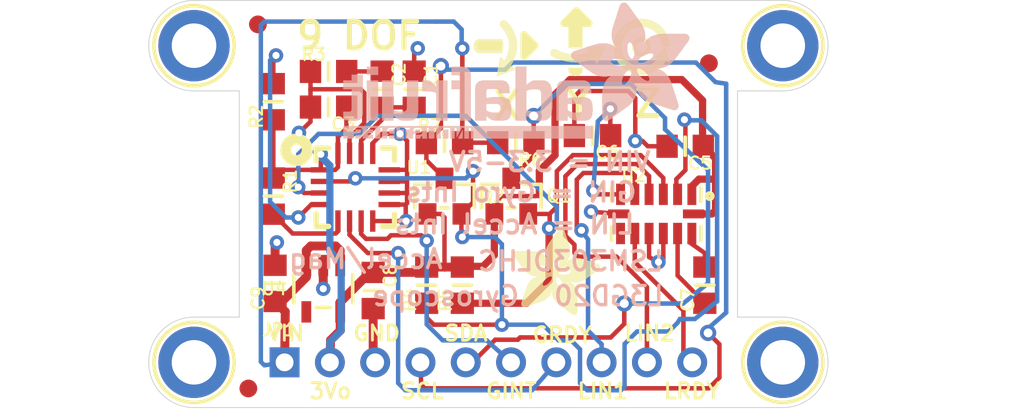
<source format=kicad_pcb>
(kicad_pcb (version 20211014) (generator pcbnew)
  (layers (0 "F.Cu" signal) (31 "B.Cu" signal) (34 "B.Paste" user) (35 "F.Paste" user) (36 "B.SilkS" user "B.Silkscreen") (37 "F.SilkS" user "F.Silkscreen") (38 "B.Mask" user) (39 "F.Mask" user) (44 "Edge.Cuts" user))
  (net 0 "")
  (net 1 "N$1")
  (net 2 "N$2")
  (net 3 "3.3V")
  (net 4 "N$3")
  (net 5 "N$4")
  (net 6 "GND")
  (net 7 "SCL_3V")
  (net 8 "SDA_3V")
  (net 9 "N$6")
  (net 10 "N$5")
  (net 11 "N$7")
  (net 12 "VIN")
  (net 13 "SDA_5V")
  (net 14 "SCL_5V")
  (net 15 "GYR_INT")
  (net 16 "LSM_INT2")
  (net 17 "LSM_INT1")
  (net 18 "LSM_DRDY")
  (net 19 "GYR_RDY")
  (footprint "boardEagle:_0805MP" (layer "F.Cu") (at 136.4391 99.2606 90)
    (fp_text reference "R2" (at -1.5875 -0.9525 90) (layer "F.SilkS") (effects (font (size 0.692831 0.692831) (thickness 0.119969)) (justify left)))
    (fp_text value "10K")
    (pad "1" smd rect (at -1.016 0 90) (size 1.2 1.3) (layers "F.Cu" "F.Paste" "F.Mask") (net 3 "3.3V"))
    (pad "2" smd rect (at 1.016 0 90) (size 1.2 1.3) (layers "F.Cu" "F.Paste" "F.Mask") (net 2 "N$2"))
  )
  (footprint "boardEagle:_0805MP" (layer "F.Cu") (at 160.6391 109.5606 90)
    (fp_text reference "C7" (at -1.5875 -0.9525 90) (layer "F.SilkS") (effects (font (size 0.692831 0.692831) (thickness 0.119969)) (justify left)))
    (fp_text value "0.22µF")
    (pad "1" smd rect (at -1.016 0 90) (size 1.2 1.3) (layers "F.Cu" "F.Paste" "F.Mask") (net 10 "N$5"))
    (pad "2" smd rect (at 1.016 0 90) (size 1.2 1.3) (layers "F.Cu" "F.Paste" "F.Mask") (net 11 "N$7"))
  )
  (footprint "boardEagle:_0805MP" (layer "F.Cu") (at 145.0391 109.5606 90)
    (fp_text reference "R4" (at -1.5875 -0.9525 90) (layer "F.SilkS") (effects (font (size 0.692831 0.692831) (thickness 0.119969)) (justify left)))
    (fp_text value "10K")
    (pad "1" smd rect (at -1.016 0 90) (size 1.2 1.3) (layers "F.Cu" "F.Paste" "F.Mask") (net 7 "SCL_3V"))
    (pad "2" smd rect (at 1.016 0 90) (size 1.2 1.3) (layers "F.Cu" "F.Paste" "F.Mask") (net 3 "3.3V"))
  )
  (footprint "boardEagle:_0805MP" (layer "F.Cu") (at 159.5391 101.7606 180)
    (fp_text reference "C5" (at -1.5875 -0.9525) (layer "F.SilkS") (effects (font (size 0.692831 0.692831) (thickness 0.119969)) (justify right)))
    (fp_text value "10uF")
    (pad "1" smd rect (at -1.016 0 180) (size 1.2 1.3) (layers "F.Cu" "F.Paste" "F.Mask") (net 3 "3.3V"))
    (pad "2" smd rect (at 1.016 0 180) (size 1.2 1.3) (layers "F.Cu" "F.Paste" "F.Mask") (net 6 "GND"))
  )
  (footprint "boardEagle:FIDUCIAL_1MM" (layer "F.Cu") (at 135.5741 94.9166)
    (fp_text reference "FID3" hide)
    (fp_text value "FIDUCIAL\"\"" hide)
    (pad "1" smd roundrect (at 0 0) (size 1 1) (layers "F.Cu" "F.Mask") (roundrect_rratio 0.5))
  )
  (footprint "boardEagle:_0805MP" (layer "F.Cu") (at 144.3391 98.5606 -90)
    (fp_text reference "C1" (at -1.5875 -0.9525 90) (layer "F.SilkS") (effects (font (size 0.692831 0.692831) (thickness 0.119969)) (justify right)))
    (fp_text value "10nF")
    (pad "1" smd rect (at -1.016 0 270) (size 1.2 1.3) (layers "F.Cu" "F.Paste" "F.Mask") (net 6 "GND"))
    (pad "2" smd rect (at 1.016 0 270) (size 1.2 1.3) (layers "F.Cu" "F.Paste" "F.Mask") (net 5 "N$4"))
  )
  (footprint "boardEagle:FIDUCIAL_1MM" (layer "F.Cu") (at 160.8691 97.1006)
    (fp_text reference "FID1" hide)
    (fp_text value "FIDUCIAL\"\"" hide)
    (pad "1" smd roundrect (at 0 0) (size 1 1) (layers "F.Cu" "F.Mask") (roundrect_rratio 0.5))
  )
  (footprint "boardEagle:_0805MP" (layer "F.Cu") (at 142.0391 109.8606 -90)
    (fp_text reference "C8" (at -1.5875 -0.9525 90) (layer "F.SilkS") (effects (font (size 0.692831 0.692831) (thickness 0.119969)) (justify right)))
    (fp_text value "10uF")
    (pad "1" smd rect (at -1.016 0 270) (size 1.2 1.3) (layers "F.Cu" "F.Paste" "F.Mask") (net 3 "3.3V"))
    (pad "2" smd rect (at 1.016 0 270) (size 1.2 1.3) (layers "F.Cu" "F.Paste" "F.Mask") (net 6 "GND"))
  )
  (footprint "boardEagle:_0805MP" (layer "F.Cu") (at 147.0391 109.5606 90)
    (fp_text reference "R5" (at -1.5875 -0.9525 90) (layer "F.SilkS") (effects (font (size 0.692831 0.692831) (thickness 0.119969)) (justify left)))
    (fp_text value "10K")
    (pad "1" smd rect (at -1.016 0 90) (size 1.2 1.3) (layers "F.Cu" "F.Paste" "F.Mask") (net 8 "SDA_3V"))
    (pad "2" smd rect (at 1.016 0 90) (size 1.2 1.3) (layers "F.Cu" "F.Paste" "F.Mask") (net 3 "3.3V"))
  )
  (footprint "boardEagle:ADAFRUIT_5MM" (layer "F.Cu") (at 149.8981 111.2266)
    (fp_text reference "U$8" hide)
    (fp_text value "" hide)
  )
  (footprint "boardEagle:_0805MP" (layer "F.Cu") (at 136.4391 104.5606 -90)
    (fp_text reference "R1" (at -1.5875 -0.9525 90) (layer "F.SilkS") (effects (font (size 0.692831 0.692831) (thickness 0.119969)) (justify right)))
    (fp_text value "10K")
    (pad "1" smd rect (at -1.016 0 270) (size 1.2 1.3) (layers "F.Cu" "F.Paste" "F.Mask") (net 3 "3.3V"))
    (pad "2" smd rect (at 1.016 0 270) (size 1.2 1.3) (layers "F.Cu" "F.Paste" "F.Mask") (net 1 "N$1"))
  )
  (footprint "boardEagle:_0805MP" (layer "F.Cu") (at 142.5391 98.5606 -90)
    (fp_text reference "C2" (at -1.5875 -0.9525 90) (layer "F.SilkS") (effects (font (size 0.692831 0.692831) (thickness 0.119969)) (justify right)))
    (fp_text value "470nF")
    (pad "1" smd rect (at -1.016 0 270) (size 1.2 1.3) (layers "F.Cu" "F.Paste" "F.Mask") (net 4 "N$3"))
    (pad "2" smd rect (at 1.016 0 270) (size 1.2 1.3) (layers "F.Cu" "F.Paste" "F.Mask") (net 5 "N$4"))
  )
  (footprint "boardEagle:_0805MP" (layer "F.Cu") (at 150.0391 101.5606 180)
    (fp_text reference "R6" (at -1.5875 -0.9525) (layer "F.SilkS") (effects (font (size 0.692831 0.692831) (thickness 0.119969)) (justify right)))
    (fp_text value "10K")
    (pad "1" smd rect (at -1.016 0 180) (size 1.2 1.3) (layers "F.Cu" "F.Paste" "F.Mask") (net 13 "SDA_5V"))
    (pad "2" smd rect (at 1.016 0 180) (size 1.2 1.3) (layers "F.Cu" "F.Paste" "F.Mask") (net 12 "VIN"))
  )
  (footprint "boardEagle:_0805MP" (layer "F.Cu") (at 139.5391 97.5606)
    (fp_text reference "R3" (at -1.5875 -0.9525) (layer "F.SilkS") (effects (font (size 0.692831 0.692831) (thickness 0.119969)) (justify left)))
    (fp_text value "10K")
    (pad "1" smd rect (at -1.016 0) (size 1.2 1.3) (layers "F.Cu" "F.Paste" "F.Mask") (net 6 "GND"))
    (pad "2" smd rect (at 1.016 0) (size 1.2 1.3) (layers "F.Cu" "F.Paste" "F.Mask") (net 4 "N$3"))
  )
  (footprint "boardEagle:LGA14" (layer "F.Cu") (at 157.9121 105.5606)
    (fp_text reference "U2" (at -2.032 -2.159) (layer "F.SilkS") (effects (font (size 0.692831 0.692831) (thickness 0.119969)) (justify left)))
    (fp_text value "LSM303DLHC")
    (pad "1" smd rect (at 2 -1.1) (size 0.5 1.2) (layers "F.Cu" "F.Paste" "F.Mask") (net 3 "3.3V"))
    (pad "2" smd rect (at 1.2 -1.1 180) (size 0.5 1.2) (layers "F.Cu" "F.Paste" "F.Mask") (net 7 "SCL_3V"))
    (pad "3" smd rect (at 0.4 -1.1 180) (size 0.5 1.2) (layers "F.Cu" "F.Paste" "F.Mask") (net 8 "SDA_3V"))
    (pad "4" smd rect (at -0.4 -1.1 180) (size 0.5 1.2) (layers "F.Cu" "F.Paste" "F.Mask") (net 16 "LSM_INT2"))
    (pad "5" smd rect (at -1.2 -1.1 180) (size 0.5 1.2) (layers "F.Cu" "F.Paste" "F.Mask") (net 17 "LSM_INT1"))
    (pad "6" smd rect (at -2 -1.1 180) (size 0.5 1.2) (layers "F.Cu" "F.Paste" "F.Mask") (net 9 "N$6"))
    (pad "7" smd rect (at -2.1 0 270) (size 0.5 1.2) (layers "F.Cu" "F.Paste" "F.Mask") (net 6 "GND"))
    (pad "8" smd rect (at -2 1.1 180) (size 0.5 1.2) (layers "F.Cu" "F.Paste" "F.Mask"))
    (pad "9" smd rect (at -1.2 1.1 180) (size 0.5 1.2) (layers "F.Cu" "F.Paste" "F.Mask") (net 18 "LSM_DRDY"))
    (pad "10" smd rect (at -0.4 1.1) (size 0.5 1.2) (layers "F.Cu" "F.Paste" "F.Mask") (net 6 "GND"))
    (pad "11" smd rect (at 0.4 1.1) (size 0.5 1.2) (layers "F.Cu" "F.Paste" "F.Mask") (net 6 "GND"))
    (pad "12" smd rect (at 1.2 1.1) (size 0.5 1.2) (layers "F.Cu" "F.Paste" "F.Mask") (net 10 "N$5"))
    (pad "13" smd rect (at 2 1.1) (size 0.5 1.2) (layers "F.Cu" "F.Paste" "F.Mask") (net 11 "N$7"))
    (pad "14" smd rect (at 2.1 0 90) (size 0.5 1.2) (layers "F.Cu" "F.Paste" "F.Mask") (net 3 "3.3V"))
  )
  (footprint "boardEagle:SOT23-5" (layer "F.Cu") (at 139.2391 109.7606 180)
    (fp_text reference "U4" (at 1.978 0) (layer "F.SilkS") (effects (font (size 0.692831 0.692831) (thickness 0.119969)) (justify right)))
    (fp_text value "MIC5225-3.3")
    (pad "1" smd rect (at -0.95 1.3001 180) (size 0.55 1.2) (layers "F.Cu" "F.Paste" "F.Mask") (net 12 "VIN"))
    (pad "2" smd rect (at 0 1.3001 180) (size 0.55 1.2) (layers "F.Cu" "F.Paste" "F.Mask") (net 6 "GND"))
    (pad "3" smd rect (at 0.95 1.3001 180) (size 0.55 1.2) (layers "F.Cu" "F.Paste" "F.Mask") (net 12 "VIN"))
    (pad "4" smd rect (at 0.95 -1.3001 180) (size 0.55 1.2) (layers "F.Cu" "F.Paste" "F.Mask"))
    (pad "5" smd rect (at -0.95 -1.3001 180) (size 0.55 1.2) (layers "F.Cu" "F.Paste" "F.Mask") (net 3 "3.3V"))
  )
  (footprint "boardEagle:_0805MP" (layer "F.Cu") (at 154.3391 101.1606 180)
    (fp_text reference "C6" (at -1.5875 -0.9525) (layer "F.SilkS") (effects (font (size 0.692831 0.692831) (thickness 0.119969)) (justify right)))
    (fp_text value "4.7uF")
    (pad "1" smd rect (at -1.016 0 180) (size 1.2 1.3) (layers "F.Cu" "F.Paste" "F.Mask") (net 9 "N$6"))
    (pad "2" smd rect (at 1.016 0 180) (size 1.2 1.3) (layers "F.Cu" "F.Paste" "F.Mask") (net 6 "GND"))
  )
  (footprint "boardEagle:MOUNTINGHOLE_2.5_PLATED_THICK" (layer "F.Cu") (at 131.9911 113.8936)
    (fp_text reference "U$31" hide)
    (fp_text value "MOUNTINGHOLE2.5_THICK" hide)
    (pad "P$1" thru_hole circle (at 0 0) (size 4 4) (drill 2.5) (layers *.Cu *.Mask))
  )
  (footprint "boardEagle:FIDUCIAL_1MM" (layer "F.Cu") (at 135.0391 115.3606)
    (fp_text reference "FID2" hide)
    (fp_text value "FIDUCIAL\"\"" hide)
    (pad "1" smd roundrect (at 0 0) (size 1 1) (layers "F.Cu" "F.Mask") (roundrect_rratio 0.5))
  )
  (footprint "boardEagle:MOUNTINGHOLE_2.5_PLATED_THICK" (layer "F.Cu") (at 131.9911 96.1136)
    (fp_text reference "U$30" hide)
    (fp_text value "MOUNTINGHOLE2.5_THICK" hide)
    (pad "P$1" thru_hole circle (at 0 0) (size 4 4) (drill 2.5) (layers *.Cu *.Mask))
  )
  (footprint "boardEagle:_0805MP" (layer "F.Cu") (at 139.5391 99.5606 180)
    (fp_text reference "C3" (at -1.5875 -0.9525) (layer "F.SilkS") (effects (font (size 0.692831 0.692831) (thickness 0.119969)) (justify right)))
    (fp_text value "0.1uF")
    (pad "1" smd rect (at -1.016 0 180) (size 1.2 1.3) (layers "F.Cu" "F.Paste" "F.Mask") (net 3 "3.3V"))
    (pad "2" smd rect (at 1.016 0 180) (size 1.2 1.3) (layers "F.Cu" "F.Paste" "F.Mask") (net 6 "GND"))
  )
  (footprint "boardEagle:L3G4200D_LGA16L" (layer "F.Cu") (at 141.0391 104.0606)
    (fp_text reference "U1" (at 2.795 -1.103) (layer "F.SilkS") (effects (font (size 0.692831 0.692831) (thickness 0.119969)) (justify left)))
    (fp_text value "L3GD20")
    (pad "P$1" smd rect (at -1.9 -0.975) (size 1.2 0.3) (layers "F.Cu" "F.Paste" "F.Mask") (net 3 "3.3V"))
    (pad "P$2" smd rect (at -1.9 -0.325) (size 1.2 0.3) (layers "F.Cu" "F.Paste" "F.Mask") (net 7 "SCL_3V"))
    (pad "P$3" smd rect (at -1.9 0.325) (size 1.2 0.3) (layers "F.Cu" "F.Paste" "F.Mask") (net 8 "SDA_3V"))
    (pad "P$4" smd rect (at -1.9 0.975) (size 1.2 0.3) (layers "F.Cu" "F.Paste" "F.Mask") (net 2 "N$2"))
    (pad "P$5" smd rect (at -0.975 1.9 90) (size 1.2 0.3) (layers "F.Cu" "F.Paste" "F.Mask") (net 1 "N$1"))
    (pad "P$6" smd rect (at -0.325 1.9 90) (size 1.2 0.3) (layers "F.Cu" "F.Paste" "F.Mask") (net 19 "GYR_RDY"))
    (pad "P$7" smd rect (at 0.325 1.9 90) (size 1.2 0.3) (layers "F.Cu" "F.Paste" "F.Mask") (net 15 "GYR_INT"))
    (pad "P$8" smd rect (at 0.975 1.9 90) (size 1.2 0.3) (layers "F.Cu" "F.Paste" "F.Mask") (net 6 "GND"))
    (pad "P$9" smd rect (at 1.9 0.975 180) (size 1.2 0.3) (layers "F.Cu" "F.Paste" "F.Mask") (net 6 "GND"))
    (pad "P$10" smd rect (at 1.9 0.325 180) (size 1.2 0.3) (layers "F.Cu" "F.Paste" "F.Mask") (net 6 "GND"))
    (pad "P$11" smd rect (at 1.9 -0.325 180) (size 1.2 0.3) (layers "F.Cu" "F.Paste" "F.Mask") (net 6 "GND"))
    (pad "P$12" smd rect (at 1.9 -0.975 180) (size 1.2 0.3) (layers "F.Cu" "F.Paste" "F.Mask") (net 6 "GND"))
    (pad "P$13" smd rect (at 0.975 -1.9 270) (size 1.2 0.3) (layers "F.Cu" "F.Paste" "F.Mask") (net 6 "GND"))
    (pad "P$14" smd rect (at 0.325 -1.9 270) (size 1.2 0.3) (layers "F.Cu" "F.Paste" "F.Mask") (net 5 "N$4"))
    (pad "P$15" smd rect (at -0.325 -1.9 270) (size 1.2 0.3) (layers "F.Cu" "F.Paste" "F.Mask") (net 6 "GND"))
    (pad "P$16" smd rect (at -0.975 -1.9 270) (size 1.2 0.3) (layers "F.Cu" "F.Paste" "F.Mask") (net 3 "3.3V"))
  )
  (footprint "boardEagle:1X10_ROUND" (layer "F.Cu") (at 148.5011 113.8936)
    (fp_text reference "JP1" (at -12.7762 -1.8288) (layer "F.SilkS") (effects (font (size 0.692831 0.692831) (thickness 0.119969)) (justify left)))
    (fp_text value "")
    (pad "1" thru_hole rect (at -11.43 0 90) (size 1.6764 1.6764) (drill 1) (layers *.Cu *.Mask) (net 12 "VIN"))
    (pad "2" thru_hole circle (at -8.89 0 90) (size 1.6764 1.6764) (drill 1) (layers *.Cu *.Mask) (net 3 "3.3V"))
    (pad "3" thru_hole circle (at -6.35 0 90) (size 1.6764 1.6764) (drill 1) (layers *.Cu *.Mask) (net 6 "GND"))
    (pad "4" thru_hole circle (at -3.81 0 90) (size 1.6764 1.6764) (drill 1) (layers *.Cu *.Mask) (net 14 "SCL_5V"))
    (pad "5" thru_hole circle (at -1.27 0 90) (size 1.6764 1.6764) (drill 1) (layers *.Cu *.Mask) (net 13 "SDA_5V"))
    (pad "6" thru_hole circle (at 1.27 0 90) (size 1.6764 1.6764) (drill 1) (layers *.Cu *.Mask) (net 15 "GYR_INT"))
    (pad "7" thru_hole circle (at 3.81 0 90) (size 1.6764 1.6764) (drill 1) (layers *.Cu *.Mask) (net 19 "GYR_RDY"))
    (pad "8" thru_hole circle (at 6.35 0 90) (size 1.6764 1.6764) (drill 1) (layers *.Cu *.Mask) (net 17 "LSM_INT1"))
    (pad "9" thru_hole circle (at 8.89 0 90) (size 1.6764 1.6764) (drill 1) (layers *.Cu *.Mask) (net 16 "LSM_INT2"))
    (pad "10" thru_hole circle (at 11.43 0 90) (size 1.6764 1.6764) (drill 1) (layers *.Cu *.Mask) (net 18 "LSM_DRDY"))
  )
  (footprint "boardEagle:SOT23-WIDE" (layer "F.Cu") (at 146.0391 104.5606)
    (fp_text reference "Q2" (at 1.905 0) (layer "F.SilkS") (effects (font (size 0.692831 0.692831) (thickness 0.119969)) (justify left)))
    (fp_text value "BSS138")
    (pad "1" smd rect (at -0.95 1) (size 1 1.2) (layers "F.Cu" "F.Paste" "F.Mask") (net 3 "3.3V"))
    (pad "2" smd rect (at 0.95 1) (size 1 1.2) (layers "F.Cu" "F.Paste" "F.Mask") (net 7 "SCL_3V"))
    (pad "3" smd rect (at 0 -1) (size 1 1.2) (layers "F.Cu" "F.Paste" "F.Mask") (net 14 "SCL_5V"))
  )
  (footprint "boardEagle:MOUNTINGHOLE_2.5_PLATED_THICK" (layer "F.Cu") (at 165.0111 113.8936)
    (fp_text reference "U$28" hide)
    (fp_text value "MOUNTINGHOLE2.5_THICK" hide)
    (pad "P$1" thru_hole circle (at 0 0) (size 4 4) (drill 2.5) (layers *.Cu *.Mask))
  )
  (footprint "boardEagle:SOT23-WIDE" (layer "F.Cu") (at 149.7851 104.5606)
    (fp_text reference "Q1" (at 1.905 0) (layer "F.SilkS") (effects (font (size 0.692831 0.692831) (thickness 0.119969)) (justify left)))
    (fp_text value "BSS138")
    (pad "1" smd rect (at -0.95 1) (size 1 1.2) (layers "F.Cu" "F.Paste" "F.Mask") (net 3 "3.3V"))
    (pad "2" smd rect (at 0.95 1) (size 1 1.2) (layers "F.Cu" "F.Paste" "F.Mask") (net 8 "SDA_3V"))
    (pad "3" smd rect (at 0 -1) (size 1 1.2) (layers "F.Cu" "F.Paste" "F.Mask") (net 13 "SDA_5V"))
  )
  (footprint "boardEagle:_0805MP" (layer "F.Cu") (at 146.0391 101.5606)
    (fp_text reference "R7" (at -1.5875 -0.9525) (layer "F.SilkS") (effects (font (size 0.692831 0.692831) (thickness 0.119969)) (justify left)))
    (fp_text value "10K")
    (pad "1" smd rect (at -1.016 0) (size 1.2 1.3) (layers "F.Cu" "F.Paste" "F.Mask") (net 14 "SCL_5V"))
    (pad "2" smd rect (at 1.016 0) (size 1.2 1.3) (layers "F.Cu" "F.Paste" "F.Mask") (net 12 "VIN"))
  )
  (footprint "boardEagle:SYMBOL_GYROXYZ_10MM" (layer "F.Cu") (at 148.4391 97.8606)
    (fp_text reference "U$25" hide)
    (fp_text value "" hide)
  )
  (footprint "boardEagle:_0805MP" (layer "F.Cu") (at 136.5391 109.4606 90)
    (fp_text reference "C9" (at -1.5875 -0.9525 90) (layer "F.SilkS") (effects (font (size 0.692831 0.692831) (thickness 0.119969)) (justify left)))
    (fp_text value "10uF")
    (pad "1" smd rect (at -1.016 0 90) (size 1.2 1.3) (layers "F.Cu" "F.Paste" "F.Mask") (net 12 "VIN"))
    (pad "2" smd rect (at 1.016 0 90) (size 1.2 1.3) (layers "F.Cu" "F.Paste" "F.Mask") (net 6 "GND"))
  )
  (footprint "boardEagle:MOUNTINGHOLE_2.5_PLATED_THICK" (layer "F.Cu") (at 165.0111 96.1136)
    (fp_text reference "U$29" hide)
    (fp_text value "MOUNTINGHOLE2.5_THICK" hide)
    (pad "P$1" thru_hole circle (at 0 0) (size 4 4) (drill 2.5) (layers *.Cu *.Mask))
  )
  (footprint "boardEagle:ADAFRUIT_TEXT_20MM" (layer "B.Cu") (at 159.9311 101.3206 180)
    (fp_text reference "U$26" hide)
    (fp_text value "" hide)
  )
  (gr_line (start 150.6391 95.9606) (end 150.6391 96.2606) (layer "F.SilkS") (width 0.4064))
  (gr_line (start 149.1391 96.1606) (end 148.0391 96.1606) (layer "F.SilkS") (width 0.4064))
  (gr_line (start 154.1391 94.8606) (end 153.4391 94.1606) (layer "F.SilkS") (width 0.4064))
  (gr_line (start 153.2391 97.5606) (end 153.5391 97.5606) (layer "F.SilkS") (width 0.4064))
  (gr_line (start 153.2391 96.0606) (end 153.5391 96.0606) (layer "F.SilkS") (width 0.4064))
  (gr_line (start 153.1391 94.8606) (end 154.1391 94.8606) (layer "F.SilkS") (width 0.4064))
  (gr_line (start 153.5391 96.0606) (end 153.5391 95.0606) (layer "F.SilkS") (width 0.4064))
  (gr_line (start 148.0391 96.0606) (end 149.1391 96.0606) (layer "F.SilkS") (width 0.4064))
  (gr_line (start 153.1391 94.8606) (end 153.4391 94.5606) (layer "F.SilkS") (width 0.4064))
  (gr_line (start 150.5011 96.7036) (end 151.1011 96.1036) (layer "F.SilkS") (width 0.4064))
  (gr_line (start 153.4391 94.1606) (end 152.7391 94.8606) (layer "F.SilkS") (width 0.4064))
  (gr_line (start 151.1011 96.1036) (end 150.5011 95.5036) (layer "F.SilkS") (width 0.4064))
  (gr_line (start 152.7391 94.8606) (end 153.1391 94.8606) (layer "F.SilkS") (width 0.4064))
  (gr_line (start 149.1391 96.0606) (end 149.1391 96.1606) (layer "F.SilkS") (width 0.4064))
  (gr_line (start 150.5011 95.5036) (end 150.5011 96.7036) (layer "F.SilkS") (width 0.4064))
  (gr_line (start 153.2391 95.0606) (end 153.2391 96.0606) (layer "F.SilkS") (width 0.4064))
  (gr_line (start 134.5311 111.3536) (end 134.5311 98.6536) (layer "Edge.Cuts") (width 0.05))
  (gr_line (start 131.9911 98.6536) (end 134.5311 98.6536) (layer "Edge.Cuts") (width 0.05))
  (gr_arc (start 167.5511 113.8936) (mid 166.807151 115.689651) (end 165.0111 116.4336) (layer "Edge.Cuts") (width 0.05))
  (gr_line (start 165.0111 98.6536) (end 162.4711 98.6536) (layer "Edge.Cuts") (width 0.05))
  (gr_line (start 131.9911 93.5736) (end 165.0111 93.5736) (layer "Edge.Cuts") (width 0.05))
  (gr_arc (start 167.5511 96.1136) (mid 166.807151 97.909651) (end 165.0111 98.6536) (layer "Edge.Cuts") (width 0.05))
  (gr_arc (start 131.9911 98.6536) (mid 130.195049 97.909651) (end 129.4511 96.1136) (layer "Edge.Cuts") (width 0.05))
  (gr_arc (start 129.4511 113.8936) (mid 130.195049 112.097549) (end 131.9911 111.3536) (layer "Edge.Cuts") (width 0.05))
  (gr_line (start 162.4711 98.6536) (end 162.4711 111.3536) (layer "Edge.Cuts") (width 0.05))
  (gr_arc (start 165.0111 93.5736) (mid 166.807151 94.317549) (end 167.5511 96.1136) (layer "Edge.Cuts") (width 0.05))
  (gr_arc (start 165.0111 111.3536) (mid 166.807151 112.097549) (end 167.5511 113.8936) (layer "Edge.Cuts") (width 0.05))
  (gr_line (start 134.5311 111.3536) (end 131.9911 111.3536) (layer "Edge.Cuts") (width 0.05))
  (gr_arc (start 131.9911 116.4336) (mid 130.195049 115.689651) (end 129.4511 113.8936) (layer "Edge.Cuts") (width 0.05))
  (gr_line (start 165.0111 116.4336) (end 131.9911 116.4336) (layer "Edge.Cuts") (width 0.05))
  (gr_arc (start 129.4511 96.1136) (mid 130.195049 94.317549) (end 131.9911 93.5736) (layer "Edge.Cuts") (width 0.05))
  (gr_line (start 162.4711 111.3536) (end 165.0111 111.3536) (layer "Edge.Cuts") (width 0.05))
  (gr_text "L3GD20" (at 158.4391 110.1686) (layer "B.SilkS") (effects (font (size 1.0795 1.0795) (thickness 0.1905)) (justify left mirror)))
  (gr_text "" (at 158.4391 111.9956) (layer "B.SilkS") (effects (font (size 1.0795 1.0795) (thickness 0.1905)) (justify left mirror)))
  (gr_text "VIN = 3.3-5V" (at 151.9361 102.6406) (layer "B.SilkS") (effects (font (size 1.0668 1.0668) (thickness 0.2032)) (justify mirror)))
  (gr_text "LIN = Accel Ints" (at 149.9631 106.1436) (layer "B.SilkS") (effects (font (size 1.0668 1.0668) (thickness 0.2032)) (justify mirror)))
  (gr_text "Accel/Mag" (at 146.0391 108.0876) (layer "B.SilkS") (effects (font (size 1.0795 1.0795) (thickness 0.1905)) (justify left mirror)))
  (gr_text "LSM303DLHC" (at 158.4391 108.2146) (layer "B.SilkS") (effects (font (size 1.0795 1.0795) (thickness 0.1905)) (justify left mirror)))
  (gr_text "Gyroscope" (at 150.3391 110.1686) (layer "B.SilkS") (effects (font (size 1.0795 1.0795) (thickness 0.1905)) (justify left mirror)))
  (gr_text "GIN = Gyro Ints" (at 150.3361 104.3436) (layer "B.SilkS") (effects (font (size 1.0668 1.0668) (thickness 0.2032)) (justify mirror)))
  (gr_text "Z" (at 157.4391 99.3606) (layer "F.SilkS") (effects (font (size 1.49352 1.49352) (thickness 0.28448))))
  (gr_text "VIN" (at 137.1391 112.2606) (layer "F.SilkS") (effects (font (size 0.85344 0.85344) (thickness 0.16256))))
  (gr_text "GINT" (at 149.7851 115.5066) (layer "F.SilkS") (effects (font (size 0.85344 0.85344) (thickness 0.16256))))
  (gr_text "LRDY" (at 159.9121 115.5066) (layer "F.SilkS") (effects (font (size 0.85344 0.85344) (thickness 0.16256))))
  (gr_text "SDA" (at 147.2391 112.2606) (layer "F.SilkS") (effects (font (size 0.85344 0.85344) (thickness 0.16256))))
  (gr_text "LIN2" (at 157.5391 112.2606) (layer "F.SilkS") (effects (font (size 0.85344 0.85344) (thickness 0.16256))))
  (gr_text "GRDY" (at 152.6391 112.3606) (layer "F.SilkS") (effects (font (size 0.85344 0.85344) (thickness 0.16256))))
  (gr_text "Y" (at 153.5391 99.3606) (layer "F.SilkS") (effects (font (size 1.49352 1.49352) (thickness 0.28448))))
  (gr_text "SCL" (at 144.7851 115.5066) (layer "F.SilkS") (effects (font (size 0.85344 0.85344) (thickness 0.16256))))
  (gr_text "9 DOF" (at 141.2391 95.5606) (layer "F.SilkS") (effects (font (size 1.49352 1.49352) (thickness 0.28448))))
  (gr_text "GND" (at 142.2391 112.2606) (layer "F.SilkS") (effects (font (size 0.85344 0.85344) (thickness 0.16256))))
  (gr_text "X" (at 149.5391 99.4606) (layer "F.SilkS") (effects (font (size 1.49352 1.49352) (thickness 0.28448))))
  (gr_text "3Vo" (at 139.6391 115.5066) (layer "F.SilkS") (effects (font (size 0.85344 0.85344) (thickness 0.16256))))
  (gr_text "LIN1" (at 154.9121 115.5066) (layer "F.SilkS") (effects (font (size 0.85344 0.85344) (thickness 0.16256))))
  (segment (start 137.5231 106.6606) (end 136.4391 105.5766) (width 0.25) (layer "F.Cu") (net 1))
  (segment (start 139.9391 106.6606) (end 137.5231 106.6606) (width 0.25) (layer "F.Cu") (net 1))
  (segment (start 140.0641 106.5356) (end 139.9391 106.6606) (width 0.25) (layer "F.Cu") (net 1))
  (segment (start 140.0641 105.9606) (end 140.0641 106.5356) (width 0.25) (layer "F.Cu") (net 1))
  (segment (start 136.4391 98.2446) (end 136.4391 96.8106) (width 0.25) (layer "F.Cu") (net 2))
  (segment (start 136.4391 96.8106) (end 136.5891 96.6606) (width 0.25) (layer "F.Cu") (net 2))
  (segment (start 139.1391 105.0356) (end 138.5641 105.0356) (width 0.25) (layer "F.Cu") (net 2))
  (segment (start 138.5641 105.0356) (end 137.8391 105.7606) (width 0.25) (layer "F.Cu") (net 2))
  (via (at 137.8391 105.7606) (size 0.8064) (drill 0.4) (layers "F.Cu" "B.Cu") (net 2))
  (via (at 136.5891 96.6606) (size 0.8064) (drill 0.4) (layers "F.Cu" "B.Cu") (net 2))
  (segment (start 137.1391 105.7606) (end 136.2581 104.8796) (width 0.25) (layer "B.Cu") (net 2))
  (segment (start 137.8391 105.7606) (end 137.1391 105.7606) (width 0.25) (layer "B.Cu") (net 2))
  (segment (start 136.2581 96.9376) (end 136.5891 96.6606) (width 0.25) (layer "B.Cu") (net 2))
  (segment (start 136.2581 104.8796) (end 136.2581 96.9376) (width 0.25) (layer "B.Cu") (net 2))
  (segment (start 139.6111 113.8936) (end 139.6491 112.6506) (width 0.5) (layer "F.Cu") (net 3))
  (segment (start 148.8351 105.5606) (end 148.8351 107.8696) (width 0.4064) (layer "F.Cu") (net 3))
  (segment (start 140.5391 100.7606) (end 140.5391 99.8766) (width 0.25) (layer "F.Cu") (net 3))
  (segment (start 161.0391 105.5606) (end 161.2391 105.3606) (width 0.4064) (layer "F.Cu") (net 3))
  (segment (start 160.3121 103.6066) (end 161.2391 103.6066) (width 0.4064) (layer "F.Cu") (net 3))
  (segment (start 145.8391 105.5606) (end 146.0391 105.7606) (width 0.25) (layer "F.Cu") (net 3))
  (segment (start 139.1391 103.0856) (end 136.8981 103.0856) (width 0.25) (layer "F.Cu") (net 3))
  (segment (start 140.1891 111.0607) (end 140.1891 112.1106) (width 0.5) (layer "F.Cu") (net 3))
  (segment (start 145.0391 108.5446) (end 146.0391 108.5446) (width 0.5) (layer "F.Cu") (net 3))
  (segment (start 161.2391 102.4446) (end 160.5551 101.7606) (width 0.4064) (layer "F.Cu") (net 3))
  (segment (start 151.3581 104.4876) (end 151.3581 103.1416) (width 0.4064) (layer "F.Cu") (net 3))
  (segment (start 148.2011 108.5036) (end 147.0801 108.5036) (width 0.4064) (layer "F.Cu") (net 3))
  (segment (start 160.5121 101.7496) (end 160.5551 101.7606) (width 0.25) (layer "F.Cu") (net 3))
  (segment (start 142.0391 108.8446) (end 141.8551 108.8446) (width 0.5) (layer "F.Cu") (net 3))
  (segment (start 152.2391 98.8526) (end 153.0731 98.0186) (width 0.4064) (layer "F.Cu") (net 3))
  (segment (start 159.9121 104.0066) (end 160.3121 103.6066) (width 0.4064) (layer "F.Cu") (net 3))
  (segment (start 142.0391 108.8446) (end 144.7391 108.8446) (width 0.5) (layer "F.Cu") (net 3))
  (segment (start 140.0641 101.2356) (end 140.5391 100.7606) (width 0.25) (layer "F.Cu") (net 3))
  (segment (start 140.5391 99.8766) (end 140.5551 99.5606) (width 0.25) (layer "F.Cu") (net 3))
  (segment (start 148.8351 107.8696) (end 148.2011 108.5036) (width 0.4064) (layer "F.Cu") (net 3))
  (segment (start 148.8351 105.5606) (end 149.0891 104.7106) (width 0.25) (layer "F.Cu") (net 3))
  (segment (start 146.0391 105.7606) (end 146.0391 108.5446) (width 0.25) (layer "F.Cu") (net 3))
  (segment (start 136.6391 103.3446) (end 136.4391 103.5446) (width 0.25) (layer "F.Cu") (net 3))
  (segment (start 159.9121 104.4606) (end 159.9121 104.0066) (width 0.4064) (layer "F.Cu") (net 3))
  (segment (start 144.7391 108.8446) (end 145.0391 108.5446) (width 0.5) (layer "F.Cu") (net 3))
  (segment (start 139.9141 103.0856) (end 140.0641 102.9356) (width 0.25) (layer "F.Cu") (net 3))
  (segment (start 149.0891 104.7106) (end 149.2391 104.5606) (width 0.25) (layer "F.Cu") (net 3))
  (segment (start 139.1031 103.0496) (end 139.1391 103.0856) (width 0.254) (layer "F.Cu") (net 3))
  (segment (start 160.0121 105.5606) (end 161.0391 105.5606) (width 0.4064) (layer "F.Cu") (net 3))
  (segment (start 149.2391 104.5606) (end 151.1581 104.5606) (width 0.25) (layer "F.Cu") (net 3))
  (segment (start 152.2391 102.2606) (end 152.2391 98.8526) (width 0.4064) (layer "F.Cu") (net 3))
  (segment (start 141.8551 108.8446) (end 140.1891 110.5106) (width 0.5) (layer "F.Cu") (net 3))
  (segment (start 139.1391 103.0856) (end 139.9141 103.0856) (width 0.25) (layer "F.Cu") (net 3))
  (segment (start 152.2391 102.2606) (end 151.3581 103.1416) (width 0.4064) (layer "F.Cu") (net 3))
  (segment (start 140.0641 102.1606) (end 140.0641 101.2356) (width 0.25) (layer "F.Cu") (net 3))
  (segment (start 160.5121 101.7496) (end 160.5121 99.1826) (width 0.4064) (layer "F.Cu") (net 3))
  (segment (start 161.2391 105.3606) (end 161.2391 103.6066) (width 0.4064) (layer "F.Cu") (net 3))
  (segment (start 145.0891 105.5606) (end 145.8391 105.5606) (width 0.25) (layer "F.Cu") (net 3))
  (segment (start 140.0641 102.1606) (end 140.0641 102.9356) (width 0.25) (layer "F.Cu") (net 3))
  (segment (start 136.4391 100.2766) (end 136.4391 103.5446) (width 0.25) (layer "F.Cu") (net 3))
  (segment (start 139.1031 102.2096) (end 139.1031 103.0496) (width 0.254) (layer "F.Cu") (net 3))
  (segment (start 146.0391 108.5446) (end 147.0391 108.5446) (width 0.5) (layer "F.Cu") (net 3))
  (segment (start 159.3481 98.0186) (end 160.5121 99.1826) (width 0.4064) (layer "F.Cu") (net 3))
  (segment (start 161.2391 103.6066) (end 161.2391 102.4446) (width 0.4064) (layer "F.Cu") (net 3))
  (segment (start 136.8981 103.0856) (end 136.4391 103.5446) (width 0.25) (layer "F.Cu") (net 3))
  (segment (start 153.0731 98.0186) (end 159.3481 98.0186) (width 0.4064) (layer "F.Cu") (net 3))
  (segment (start 139.6491 112.6506) (end 140.1891 112.1106) (width 0.5) (layer "F.Cu") (net 3))
  (segment (start 140.1891 111.0607) (end 140.1891 110.5106) (width 0.5) (layer "F.Cu") (net 3))
  (segment (start 151.1581 104.5606) (end 151.3581 104.4876) (width 0.25) (layer "F.Cu") (net 3))
  (segment (start 147.0801 108.5036) (end 147.0391 108.5446) (width 0.4064) (layer "F.Cu") (net 3))
  (via (at 139.1031 102.2096) (size 0.8064) (drill 0.4) (layers "F.Cu" "B.Cu") (net 3))
  (segment (start 139.6111 107.6706) (end 139.6111 102.8446) (width 0.4064) (layer "B.Cu") (net 3))
  (segment (start 139.6111 113.8936) (end 139.6111 112.7506) (width 0.4064) (layer "B.Cu") (net 3))
  (segment (start 140.2461 108.3056) (end 139.6111 107.6706) (width 0.4064) (layer "B.Cu") (net 3))
  (segment (start 139.6111 102.8446) (end 138.8491 102.0826) (width 0.4064) (layer "B.Cu") (net 3))
  (segment (start 138.8491 102.0826) (end 139.1031 102.2096) (width 0.4064) (layer "B.Cu") (net 3))
  (segment (start 139.6111 112.7506) (end 140.2461 112.1156) (width 0.4064) (layer "B.Cu") (net 3))
  (segment (start 140.2461 112.1156) (end 140.2461 108.3056) (width 0.4064) (layer "B.Cu") (net 3))
  (segment (start 142.5231 97.5606) (end 142.5391 97.5446) (width 0.25) (layer "F.Cu") (net 4))
  (segment (start 140.5551 97.5606) (end 142.5231 97.5606) (width 0.25) (layer "F.Cu") (net 4))
  (segment (start 144.3391 99.5766) (end 142.5391 99.5766) (width 0.25) (layer "F.Cu") (net 5))
  (segment (start 142.5391 100.2606) (end 142.5391 99.5766) (width 0.25) (layer "F.Cu") (net 5))
  (segment (start 141.3641 102.1606) (end 141.3641 101.4356) (width 0.25) (layer "F.Cu") (net 5))
  (segment (start 141.3641 101.4356) (end 142.5391 100.2606) (width 0.25) (layer "F.Cu") (net 5))
  (segment (start 138.5231 98.5606) (end 138.5231 97.5606) (width 0.25) (layer "F.Cu") (net 6))
  (segment (start 143.8641 105.0356) (end 143.9391 104.9606) (width 0.25) (layer "F.Cu") (net 6))
  (segment (start 143.8641 103.7356) (end 143.9391 103.6606) (width 0.25) (layer "F.Cu") (net 6))
  (segment (start 157.1391 101.4606) (end 156.7391 101.4606) (width 0.25) (layer "F.Cu") (net 6))
  (segment (start 138.5231 100.3826) (end 137.8771 101.0066) (width 0.25) (layer "F.Cu") (net 6))
  (segment (start 140.7141 102.1606) (end 140.7141 101.2856) (width 0.25) (layer "F.Cu") (net 6))
  (segment (start 143.9391 104.3606) (end 143.9391 103.6606) (width 0.25) (layer "F.Cu") (net 6))
  (segment (start 142.0141 101.5856) (end 142.5391 101.0606) (width 0.25) (layer "F.Cu") (net 6))
  (segment (start 138.5231 99.5606) (end 138.5231 98.5606) (width 0.25) (layer "F.Cu") (net 6))
  (segment (start 157.5121 107.9876) (end 158.0391 108.2606) (width 0.25) (layer "F.Cu") (net 6))
  (segment (start 142.5391 101.0606) (end 143.5391 101.0606) (width 0.25) (layer "F.Cu") (net 6))
  (segment (start 142.0141 105.9606) (end 143.8891 105.9606) (width 0.25) (layer "F.Cu") (net 6))
  (segment (start 153.6391 98.6606) (end 156.3391 98.6606) (width 0.25) (layer "F.Cu") (net 6))
  (segment (start 136.5391 108.4446) (end 136.5391 107.2606) (width 0.5) (layer "F.Cu") (net 6))
  (segment (start 140.7141 101.2856) (end 141.5391 100.4606) (width 0.25) (layer "F.Cu") (net 6))
  (segment (start 142.9391 105.0356) (end 143.8641 105.0356) (width 0.25) (layer "F.Cu") (net 6))
  (segment (start 153.3231 98.9766) (end 153.6391 98.6606) (width 0.25) (layer "F.Cu") (net 6))
  (segment (start 142.0141 102.1606) (end 142.0141 101.5856) (width 0.25) (layer "F.Cu") (net 6))
  (segment (start 158.5231 101.7606) (end 157.4391 101.7606) (width 0.25) (layer "F.Cu") (net 6))
  (segment (start 143.8641 105.0356) (end 143.8641 105.9356) (width 0.25) (layer "F.Cu") (net 6))
  (segment (start 138.5231 99.5606) (end 138.5231 100.3826) (width 0.25) (layer "F.Cu") (net 6))
  (segment (start 143.9141 103.0856) (end 143.9391 103.0606) (width 0.25) (layer "F.Cu") (net 6))
  (segment (start 144.3391 97.5446) (end 144.3391 96.4606) (width 0.25) (layer "F.Cu") (net 6))
  (segment (start 143.9141 104.3856) (end 143.9391 104.3606) (width 0.25) (layer "F.Cu") (net 6))
  (segment (start 158.3121 106.6606) (end 158.3121 108.1146) (width 0.25) (layer "F.Cu") (net 6))
  (segment (start 158.3121 108.1146) (end 158.0391 108.2606) (width 0.25) (layer "F.Cu") (net 6))
  (segment (start 157.4391 101.7606) (end 157.1391 101.4606) (width 0.25) (layer "F.Cu") (net 6))
  (segment (start 143.9391 101.4606) (end 143.5391 101.0606) (width 0.25) (layer "F.Cu") (net 6))
  (segment (start 143.9391 103.0606) (end 143.9391 101.4606) (width 0.25) (layer "F.Cu") (net 6))
  (segment (start 141.5391 100.4606) (end 141.5391 98.7606) (width 0.25) (layer "F.Cu") (net 6))
  (segment (start 142.9391 103.7356) (end 143.8641 103.7356) (width 0.25) (layer "F.Cu") (net 6))
  (segment (start 136.5391 107.2606) (end 136.6391 107.1606) (width 0.5) (layer "F.Cu") (net 6))
  (segment (start 155.8121 105.5606) (end 154.2581 105.4336) (width 0.25) (layer "F.Cu") (net 6))
  (segment (start 143.9391 104.9606) (end 143.9391 104.3606) (width 0.25) (layer "F.Cu") (net 6))
  (segment (start 156.7391 99.0606) (end 156.7391 101.4606) (width 0.25) (layer "F.Cu") (net 6))
  (segment (start 144.3391 96.4606) (end 144.5391 96.2606) (width 0.25) (layer "F.Cu") (net 6))
  (segment (start 142.9391 103.0856) (end 143.9141 103.0856) (width 0.25) (layer "F.Cu") (net 6))
  (segment (start 156.3391 98.6606) (end 156.7391 99.0606) (width 0.25) (layer "F.Cu") (net 6))
  (segment (start 141.5391 98.7606) (end 141.3391 98.5606) (width 0.25) (layer "F.Cu") (net 6))
  (segment (start 143.9391 103.6606) (end 143.9391 103.0606) (width 0.25) (layer "F.Cu") (net 6))
  (segment (start 139.2391 108.4605) (end 139.2391 109.7606) (width 0.5) (layer "F.Cu") (net 6))
  (segment (start 142.0391 110.8766) (end 142.0391 113.9106) (width 0.5) (layer "F.Cu") (net 6))
  (segment (start 143.8641 105.9356) (end 143.8891 105.9606) (width 0.25) (layer "F.Cu") (net 6))
  (segment (start 153.3231 101.1606) (end 153.3231 98.9766) (width 0.25) (layer "F.Cu") (net 6))
  (segment (start 141.3391 98.5606) (end 138.5231 98.5606) (width 0.25) (layer "F.Cu") (net 6))
  (segment (start 157.5121 106.6606) (end 157.5121 107.9876) (width 0.25) (layer "F.Cu") (net 6))
  (segment (start 142.9391 104.3856) (end 143.9141 104.3856) (width 0.25) (layer "F.Cu") (net 6))
  (segment (start 142.0391 113.9106) (end 142.1511 113.8936) (width 0.5) (layer "F.Cu") (net 6))
  (via (at 137.8771 101.0066) (size 0.8064) (drill 0.4) (layers "F.Cu" "B.Cu") (net 6))
  (via (at 139.2391 109.7606) (size 0.8064) (drill 0.4) (layers "F.Cu" "B.Cu") (net 6))
  (via (at 143.5391 101.0606) (size 0.8064) (drill 0.4) (layers "F.Cu" "B.Cu") (net 6))
  (via (at 156.7391 101.4606) (size 0.8064) (drill 0.4) (layers "F.Cu" "B.Cu") (net 6))
  (via (at 143.8891 105.9606) (size 0.8064) (drill 0.4) (layers "F.Cu" "B.Cu") (net 6))
  (via (at 154.2581 105.4336) (size 0.8064) (drill 0.4) (layers "F.Cu" "B.Cu") (net 6))
  (via (at 136.6391 107.1606) (size 0.8064) (drill 0.4) (layers "F.Cu" "B.Cu") (net 6))
  (via (at 158.0391 108.2606) (size 0.8064) (drill 0.4) (layers "F.Cu" "B.Cu") (net 6))
  (via (at 144.5391 96.2606) (size 0.8064) (drill 0.4) (layers "F.Cu" "B.Cu") (net 6))
  (segment (start 137.8771 101.0066) (end 137.9501 101.0336) (width 0.25) (layer "B.Cu") (net 6))
  (segment (start 156.7391 101.4606) (end 156.4391 101.4606) (width 0.25) (layer "B.Cu") (net 6))
  (segment (start 139.1391 103.7356) (end 140.8641 103.7356) (width 0.25) (layer "F.Cu") (net 7))
  (segment (start 140.8641 103.7356) (end 141.0391 103.5606) (width 0.25) (layer "F.Cu") (net 7))
  (segment (start 146.9891 106.8106) (end 147.0391 106.8606) (width 0.25) (layer "F.Cu") (net 7))
  (segment (start 159.0421 104.2416) (end 159.0421 103.6066) (width 0.25) (layer "F.Cu") (net 7))
  (segment (start 145.4391 111.7796) (end 149.2581 111.7796) (width 0.25) (layer "F.Cu") (net 7))
  (segment (start 159.5501 100.3236) (end 159.4931 100.2666) (width 0.25) (layer "F.Cu") (net 7))
  (segment (start 147.6391 104.9106) (end 146.9891 105.5606) (width 0.25) (layer "F.Cu") (net 7))
  (segment (start 146.9891 105.5606) (end 146.9891 106.8106) (width 0.25) (layer "F.Cu") (net 7))
  (segment (start 147.6391 103.1606) (end 147.6391 104.9106) (width 0.25) (layer "F.Cu") (net 7))
  (segment (start 145.0391 110.5766) (end 145.0391 111.3796) (width 0.25) (layer "F.Cu") (net 7))
  (segment (start 145.0391 111.3796) (end 145.4391 111.7796) (width 0.25) (layer "F.Cu") (net 7))
  (segment (start 159.0421 103.6066) (end 159.5501 103.0986) (width 0.25) (layer "F.Cu") (net 7))
  (segment (start 159.1121 104.4606) (end 159.0421 104.2416) (width 0.25) (layer "F.Cu") (net 7))
  (segment (start 159.5501 103.0986) (end 159.5501 100.3236) (width 0.25) (layer "F.Cu") (net 7))
  (via (at 147.0391 106.8606) (size 0.8064) (drill 0.4) (layers "F.Cu" "B.Cu") (net 7))
  (via (at 159.4931 100.2666) (size 0.8064) (drill 0.4) (layers "F.Cu" "B.Cu") (net 7))
  (via (at 141.0391 103.5606) (size 0.8064) (drill 0.4) (layers "F.Cu" "B.Cu") (net 7))
  (via (at 147.6391 103.1606) (size 0.8064) (drill 0.4) (layers "F.Cu" "B.Cu") (net 7))
  (via (at 149.2581 111.7796) (size 0.8064) (drill 0.4) (layers "F.Cu" "B.Cu") (net 7))
  (segment (start 161.3281 110.4646) (end 161.3281 101.1936) (width 0.254) (layer "B.Cu") (net 7))
  (segment (start 153.6391 113.1606) (end 153.6391 115.0606) (width 0.25) (layer "B.Cu") (net 7))
  (segment (start 159.2391 111.4606) (end 159.1041 111.6796) (width 0.25) (layer "B.Cu") (net 7))
  (segment (start 156.8391 112.1606) (end 158.6231 112.1606) (width 0.25) (layer "B.Cu") (net 7))
  (segment (start 158.6231 112.1606) (end 159.1041 111.6796) (width 0.25) (layer "B.Cu") (net 7))
  (segment (start 149.2581 111.7796) (end 151.5581 111.7796) (width 0.25) (layer "B.Cu") (net 7))
  (segment (start 141.0391 103.5606) (end 147.2391 103.5606) (width 0.25) (layer "B.Cu") (net 7))
  (segment (start 153.1391 112.6606) (end 153.6391 113.1606) (width 0.25) (layer "B.Cu") (net 7))
  (segment (start 151.5581 111.7796) (end 152.4391 112.6606) (width 0.25) (layer "B.Cu") (net 7))
  (segment (start 147.0391 106.8606) (end 148.8581 106.8606) (width 0.25) (layer "B.Cu") (net 7))
  (segment (start 156.1391 115.2606) (end 156.1391 112.8606) (width 0.25) (layer "B.Cu") (net 7))
  (segment (start 148.8581 106.8606) (end 149.2581 107.2606) (width 0.25) (layer "B.Cu") (net 7))
  (segment (start 152.4391 112.6606) (end 153.1391 112.6606) (width 0.25) (layer "B.Cu") (net 7))
  (segment (start 160.4391 100.3046) (end 159.4551 100.3046) (width 0.254) (layer "B.Cu") (net 7))
  (segment (start 153.6391 115.0606) (end 154.0391 115.4606) (width 0.25) (layer "B.Cu") (net 7))
  (segment (start 159.4551 100.3046) (end 159.4931 100.2666) (width 0.254) (layer "B.Cu") (net 7))
  (segment (start 161.3281 101.1936) (end 160.4391 100.3046) (width 0.254) (layer "B.Cu") (net 7))
  (segment (start 154.0391 115.4606) (end 155.9391 115.4606) (width 0.25) (layer "B.Cu") (net 7))
  (segment (start 159.2391 111.4606) (end 160.0781 111.4606) (width 0.254) (layer "B.Cu") (net 7))
  (segment (start 149.2581 107.2606) (end 149.2581 111.7796) (width 0.25) (layer "B.Cu") (net 7))
  (segment (start 160.0781 111.4606) (end 161.3281 110.4646) (width 0.254) (layer "B.Cu") (net 7))
  (segment (start 147.2391 103.5606) (end 147.6391 103.1606) (width 0.25) (layer "B.Cu") (net 7))
  (segment (start 156.1391 112.8606) (end 156.8391 112.1606) (width 0.25) (layer "B.Cu") (net 7))
  (segment (start 155.9391 115.4606) (end 156.1391 115.2606) (width 0.25) (layer "B.Cu") (net 7))
  (segment (start 139.1391 104.3856) (end 138.1641 104.3856) (width 0.25) (layer "F.Cu") (net 8))
  (segment (start 151.9041 106.3606) (end 151.9391 106.2686) (width 0.254) (layer "F.Cu") (net 8))
  (segment (start 150.6311 110.5766) (end 151.9041 109.3036) (width 0.4064) (layer "F.Cu") (net 8))
  (segment (start 151.9041 109.3036) (end 151.9041 106.3606) (width 0.4064) (layer "F.Cu") (net 8))
  (segment (start 151.9391 105.5606) (end 150.7351 105.5606) (width 0.25) (layer "F.Cu") (net 8))
  (segment (start 158.3121 104.4606) (end 158.3121 103.5416) (width 0.25) (layer "F.Cu") (net 8))
  (segment (start 157.0391 102.2606) (end 153.2391 102.2606) (width 0.25) (layer "F.Cu") (net 8))
  (segment (start 151.9391 106.2686) (end 151.9391 105.5606) (width 0.254) (layer "F.Cu") (net 8))
  (segment (start 147.0391 110.5766) (end 150.6311 110.5766) (width 0.4064) (layer "F.Cu") (net 8))
  (segment (start 157.7391 102.9606) (end 157.0391 102.2606) (width 0.25) (layer "F.Cu") (net 8))
  (segment (start 138.1641 104.3856) (end 137.8391 104.0606) (width 0.25) (layer "F.Cu") (net 8))
  (segment (start 152.3391 103.1606) (end 152.3391 105.1606) (width 0.25) (layer "F.Cu") (net 8))
  (segment (start 158.1121 103.3416) (end 157.7391 102.9606) (width 0.25) (layer "F.Cu") (net 8))
  (segment (start 153.2391 102.2606) (end 152.3391 103.1606) (width 0.25) (layer "F.Cu") (net 8))
  (segment (start 158.3121 103.5416) (end 158.1121 103.3416) (width 0.25) (layer "F.Cu") (net 8))
  (segment (start 152.3391 105.1606) (end 151.9391 105.5606) (width 0.25) (layer "F.Cu") (net 8))
  (via (at 137.8391 104.0606) (size 0.8064) (drill 0.4) (layers "F.Cu" "B.Cu") (net 8))
  (via (at 151.9041 106.3606) (size 0.8064) (drill 0.4) (layers "F.Cu" "B.Cu") (net 8))
  (segment (start 152.3391 105.1606) (end 152.3391 106.1606) (width 0.254) (layer "B.Cu") (net 8))
  (segment (start 148.1201 100.9396) (end 148.2451 101.0666) (width 0.254) (layer "B.Cu") (net 8))
  (segment (start 147.2311 100.0506) (end 148.1201 100.9396) (width 0.254) (layer "B.Cu") (net 8))
  (segment (start 137.8391 102.2036) (end 138.9761 101.0666) (width 0.254) (layer "B.Cu") (net 8))
  (segment (start 138.9761 101.0666) (end 141.2621 101.0666) (width 0.254) (layer "B.Cu") (net 8))
  (segment (start 141.2621 101.0666) (end 142.2781 100.0506) (width 0.254) (layer "B.Cu") (net 8))
  (segment (start 148.2451 101.0666) (end 152.3391 105.1606) (width 0.254) (layer "B.Cu") (net 8))
  (segment (start 142.2781 100.0506) (end 147.2311 100.0506) (width 0.254) (layer "B.Cu") (net 8))
  (segment (start 137.8391 104.0606) (end 137.8391 102.2036) (width 0.254) (layer "B.Cu") (net 8))
  (segment (start 152.3391 106.1606) (end 151.9041 106.3606) (width 0.254) (layer "B.Cu") (net 8))
  (segment (start 155.3391 101.1446) (end 155.3551 101.1606) (width 0.25) (layer "F.Cu") (net 9))
  (segment (start 155.3391 99.6606) (end 155.3391 101.1446) (width 0.25) (layer "F.Cu") (net 9))
  (segment (start 154.5851 104.4606) (end 154.3851 104.2606) (width 0.25) (layer "F.Cu") (net 9))
  (segment (start 155.9121 104.4606) (end 154.5851 104.4606) (width 0.25) (layer "F.Cu") (net 9))
  (via (at 155.3391 99.6606) (size 0.8064) (drill 0.4) (layers "F.Cu" "B.Cu") (net 9))
  (via (at 154.3851 104.2606) (size 0.8064) (drill 0.4) (layers "F.Cu" "B.Cu") (net 9))
  (segment (start 154.6391 100.3606) (end 155.3391 99.6606) (width 0.25) (layer "B.Cu") (net 9))
  (segment (start 154.3851 104.2606) (end 154.6391 100.3606) (width 0.25) (layer "B.Cu") (net 9))
  (segment (start 159.1121 106.6606) (end 159.1121 109.0176) (width 0.25) (layer "F.Cu") (net 10))
  (segment (start 160.6231 110.5606) (end 160.6391 110.5766) (width 0.25) (layer "F.Cu") (net 10))
  (segment (start 159.5121 109.4176) (end 160.6231 110.5606) (width 0.25) (layer "F.Cu") (net 10))
  (segment (start 159.1121 109.0176) (end 159.5121 109.4176) (width 0.25) (layer "F.Cu") (net 10))
  (segment (start 159.7851 107.1606) (end 160.6391 107.7606) (width 0.25) (layer "F.Cu") (net 11))
  (segment (start 160.6391 107.7606) (end 160.6391 108.5446) (width 0.25) (layer "F.Cu") (net 11))
  (segment (start 159.9121 106.6606) (end 159.7851 107.1606) (width 0.25) (layer "F.Cu") (net 11))
  (segment (start 138.2891 108.4605) (end 138.2891 109.1106) (width 0.5) (layer "F.Cu") (net 12))
  (segment (start 147.0551 101.5606) (end 149.0231 101.5606) (width 0.25) (layer "F.Cu") (net 12))
  (segment (start 147.0391 101.5446) (end 147.0551 101.5606) (width 0.254) (layer "F.Cu") (net 12))
  (segment (start 137.1091 111.0466) (end 137.0711 113.8936) (width 0.5) (layer "F.Cu") (net 12))
  (segment (start 147.0391 96.2606) (end 147.0391 101.5446) (width 0.254) (layer "F.Cu") (net 12))
  (segment (start 138.2891 108.4605) (end 138.2891 107.6106) (width 0.5) (layer "F.Cu") (net 12))
  (segment (start 137.1091 111.0466) (end 136.5391 110.4766) (width 0.5) (layer "F.Cu") (net 12))
  (segment (start 136.5391 110.4766) (end 136.9231 110.4766) (width 0.5) (layer "F.Cu") (net 12))
  (segment (start 149.0391 101.5446) (end 149.0231 101.5606) (width 0.25) (layer "F.Cu") (net 12))
  (segment (start 136.9231 110.4766) (end 138.2891 109.1106) (width 0.5) (layer "F.Cu") (net 12))
  (segment (start 138.5391 107.3606) (end 139.9391 107.3606) (width 0.5) (layer "F.Cu") (net 12))
  (segment (start 140.1891 108.4605) (end 140.1891 107.6106) (width 0.5) (layer "F.Cu") (net 12))
  (segment (start 138.2891 107.6106) (end 138.5391 107.3606) (width 0.5) (layer "F.Cu") (net 12))
  (segment (start 139.9391 107.3606) (end 140.1891 107.6106) (width 0.5) (layer "F.Cu") (net 12))
  (via (at 147.0391 96.2606) (size 0.8064) (drill 0.4) (layers "F.Cu" "B.Cu") (net 12))
  (segment (start 135.9391 114.0606) (end 135.7391 113.8606) (width 0.25) (layer "B.Cu") (net 12))
  (segment (start 137.0711 113.8936) (end 135.9391 114.0606) (width 0.25) (layer "B.Cu") (net 12))
  (segment (start 147.0011 95.2036) (end 147.0011 96.2226) (width 0.254) (layer "B.Cu") (net 12))
  (segment (start 146.5581 94.7606) (end 147.0011 95.2036) (width 0.254) (layer "B.Cu") (net 12))
  (segment (start 147.0011 96.2226) (end 147.0391 96.2606) (width 0.254) (layer "B.Cu") (net 12))
  (segment (start 135.7391 113.8606) (end 135.7391 94.9606) (width 0.25) (layer "B.Cu") (net 12))
  (segment (start 135.7391 94.9606) (end 135.9391 94.7606) (width 0.25) (layer "B.Cu") (net 12))
  (segment (start 145.5391 94.7606) (end 146.5581 94.7606) (width 0.254) (layer "B.Cu") (net 12))
  (segment (start 135.9391 94.7606) (end 145.5391 94.7606) (width 0.25) (layer "B.Cu") (net 12))
  (segment (start 147.2311 113.8936) (end 147.6121 113.8936) (width 0.254) (layer "F.Cu") (net 13))
  (segment (start 151.0391 100.0606) (end 151.0391 101.5446) (width 0.25) (layer "F.Cu") (net 13))
  (segment (start 151.0551 102.2906) (end 149.7851 103.5606) (width 0.25) (layer "F.Cu") (net 13))
  (segment (start 151.0391 101.5446) (end 151.0551 101.5606) (width 0.25) (layer "F.Cu") (net 13))
  (segment (start 150.1521 112.6236) (end 150.2791 112.4966) (width 0.254) (layer "F.Cu") (net 13))
  (segment (start 151.0551 101.5606) (end 151.0551 102.2906) (width 0.25) (layer "F.Cu") (net 13))
  (segment (start 150.2791 112.4966) (end 155.3591 112.4966) (width 0.254) (layer "F.Cu") (net 13))
  (segment (start 155.3591 112.4966) (end 156.1211 111.7346) (width 0.254) (layer "F.Cu") (net 13))
  (segment (start 156.1211 111.7346) (end 156.1211 110.5916) (width 0.254) (layer "F.Cu") (net 13))
  (segment (start 147.6121 113.8936) (end 148.8821 112.6236) (width 0.254) (layer "F.Cu") (net 13))
  (segment (start 148.8821 112.6236) (end 150.1521 112.6236) (width 0.254) (layer "F.Cu") (net 13))
  (via (at 156.1211 110.5916) (size 0.9064) (drill 0.5) (layers "F.Cu" "B.Cu") (net 13))
  (via (at 151.0391 100.0606) (size 0.9064) (drill 0.5) (layers "F.Cu" "B.Cu") (net 13))
  (segment (start 156.4901 98.2606) (end 156.2481 98.2606) (width 0.254) (layer "B.Cu") (net 13))
  (segment (start 160.8201 109.4486) (end 159.4231 110.5916) (width 0.254) (layer "B.Cu") (net 13))
  (segment (start 152.8391 98.2606) (end 151.0391 100.0606) (width 0.25) (layer "B.Cu") (net 13))
  (segment (start 158.4071 100.1776) (end 156.4901 98.2606) (width 0.254) (layer "B.Cu") (net 13))
  (segment (start 158.4071 100.8126) (end 160.8201 103.0986) (width 0.254) (layer "B.Cu") (net 13))
  (segment (start 158.4071 100.1776) (end 158.4071 100.8126) (width 0.254) (layer "B.Cu") (net 13))
  (segment (start 156.2481 98.2606) (end 152.8391 98.2606) (width 0.25) (layer "B.Cu") (net 13))
  (segment (start 160.8201 103.0986) (end 160.8201 109.4486) (width 0.254) (layer "B.Cu") (net 13))
  (segment (start 159.4231 110.5916) (end 156.1211 110.5916) (width 0.254) (layer "B.Cu") (net 13))
  (segment (start 145.8391 100.7446) (end 145.0231 101.5606) (width 0.25) (layer "F.Cu") (net 14))
  (segment (start 161.4581 114.7526) (end 161.4581 112.8806) (width 0.25) (layer "F.Cu") (net 14))
  (segment (start 145.0231 102.5446) (end 146.0391 103.5606) (width 0.25) (layer "F.Cu") (net 14))
  (segment (start 161.4581 112.8806) (end 160.8201 112.2426) (width 0.25) (layer "F.Cu") (net 14))
  (segment (start 145.0231 101.5606) (end 145.0231 102.5446) (width 0.25) (layer "F.Cu") (net 14))
  (segment (start 144.6911 113.8936) (end 144.7291 115.1426) (width 0.25) (layer "F.Cu") (net 14))
  (segment (start 160.8581 115.3526) (end 161.4581 114.7526) (width 0.25) (layer "F.Cu") (net 14))
  (segment (start 144.9391 115.3526) (end 160.8581 115.3526) (width 0.25) (layer "F.Cu") (net 14))
  (segment (start 144.7291 115.1426) (end 144.9391 115.3526) (width 0.25) (layer "F.Cu") (net 14))
  (segment (start 160.8201 112.2426) (end 160.8231 112.2416) (width 0.25) (layer "F.Cu") (net 14))
  (segment (start 145.8391 97.2606) (end 145.8391 100.7446) (width 0.25) (layer "F.Cu") (net 14))
  (via (at 145.8391 97.2606) (size 0.9064) (drill 0.5) (layers "F.Cu" "B.Cu") (net 14))
  (via (at 160.8231 112.2416) (size 0.9064) (drill 0.5) (layers "F.Cu" "B.Cu") (net 14))
  (segment (start 149.8391 97.0606) (end 149.4391 97.4606) (width 0.25) (layer "B.Cu") (net 14))
  (segment (start 161.2391 98.1606) (end 161.8361 98.2496) (width 0.254) (layer "B.Cu") (net 14))
  (segment (start 161.2391 98.1606) (end 160.1391 97.0606) (width 0.25) (layer "B.Cu") (net 14))
  (segment (start 160.1391 97.0606) (end 149.8391 97.0606) (width 0.25) (layer "B.Cu") (net 14))
  (segment (start 149.4391 97.4606) (end 146.0391 97.4606) (width 0.25) (layer "B.Cu") (net 14))
  (segment (start 146.0391 97.4606) (end 145.8391 97.2606) (width 0.25) (layer "B.Cu") (net 14))
  (segment (start 160.8231 111.9856) (end 160.8231 112.2416) (width 0.254) (layer "B.Cu") (net 14))
  (segment (start 161.8361 98.2496) (end 161.8361 111.0996) (width 0.254) (layer "B.Cu") (net 14))
  (segment (start 161.8361 111.0996) (end 160.8231 111.9856) (width 0.254) (layer "B.Cu") (net 14))
  (segment (start 143.0391 106.7606) (end 144.7391 106.7606) (width 0.25) (layer "F.Cu") (net 15))
  (segment (start 141.6391 106.9606) (end 142.8391 106.9606) (width 0.25) (layer "F.Cu") (net 15))
  (segment (start 141.3641 105.9606) (end 141.3641 106.6856) (width 0.25) (layer "F.Cu") (net 15))
  (segment (start 141.3641 106.6856) (end 141.6391 106.9606) (width 0.25) (layer "F.Cu") (net 15))
  (segment (start 144.7391 106.7606) (end 145.0391 107.0606) (width 0.25) (layer "F.Cu") (net 15))
  (segment (start 142.8391 106.9606) (end 143.0391 106.7606) (width 0.25) (layer "F.Cu") (net 15))
  (via (at 145.0391 107.0606) (size 0.8064) (drill 0.4) (layers "F.Cu" "B.Cu") (net 15))
  (segment (start 145.9391 112.6606) (end 148.4091 112.6606) (width 0.25) (layer "B.Cu") (net 15))
  (segment (start 148.4091 112.6606) (end 149.7711 113.8936) (width 0.25) (layer "B.Cu") (net 15))
  (segment (start 145.0391 111.7606) (end 145.9391 112.6606) (width 0.25) (layer "B.Cu") (net 15))
  (segment (start 145.0391 107.0606) (end 145.0391 111.7606) (width 0.25) (layer "B.Cu") (net 15))
  (segment (start 153.5041 102.7606) (end 152.8191 103.4456) (width 0.25) (layer "F.Cu") (net 16))
  (segment (start 153.3271 107.2896) (end 153.3271 107.6706) (width 0.25) (layer "F.Cu") (net 16))
  (segment (start 157.5121 104.4606) (end 157.5121 103.4336) (width 0.25) (layer "F.Cu") (net 16))
  (segment (start 157.5121 103.4336) (end 156.8391 102.7606) (width 0.25) (layer "F.Cu") (net 16))
  (segment (start 152.8191 106.7816) (end 153.3271 107.2896) (width 0.25) (layer "F.Cu") (net 16))
  (segment (start 153.3271 107.6706) (end 153.3391 107.7686) (width 0.25) (layer "F.Cu") (net 16))
  (segment (start 156.8391 102.7606) (end 153.5041 102.7606) (width 0.25) (layer "F.Cu") (net 16))
  (segment (start 153.5311 107.9606) (end 155.6851 107.9606) (width 0.25) (layer "F.Cu") (net 16))
  (segment (start 152.8191 103.4456) (end 152.8191 106.7816) (width 0.25) (layer "F.Cu") (net 16))
  (segment (start 157.3911 109.6666) (end 157.3911 113.8936) (width 0.254) (layer "F.Cu") (net 16))
  (segment (start 153.3391 107.7686) (end 153.5311 107.9606) (width 0.25) (layer "F.Cu") (net 16))
  (segment (start 155.6851 107.9606) (end 157.3911 109.6666) (width 0.254) (layer "F.Cu") (net 16))
  (segment (start 153.6231 106.3526) (end 153.7231 106.4796) (width 0.25) (layer "F.Cu") (net 17))
  (segment (start 153.8311 103.2606) (end 153.4581 103.6336) (width 0.25) (layer "F.Cu") (net 17))
  (segment (start 153.4581 106.3146) (end 153.6231 106.3526) (width 0.25) (layer "F.Cu") (net 17))
  (segment (start 156.7121 103.4066) (end 156.5661 103.2606) (width 0.25) (layer "F.Cu") (net 17))
  (segment (start 156.7121 104.4606) (end 156.7121 103.4066) (width 0.25) (layer "F.Cu") (net 17))
  (segment (start 156.5661 103.2606) (end 153.8311 103.2606) (width 0.25) (layer "F.Cu") (net 17))
  (segment (start 153.4581 103.6336) (end 153.4581 106.3146) (width 0.25) (layer "F.Cu") (net 17))
  (via (at 153.7231 106.4796) (size 0.8064) (drill 0.4) (layers "F.Cu" "B.Cu") (net 17))
  (segment (start 154.8511 113.8936) (end 154.8511 112.8776) (width 0.254) (layer "B.Cu") (net 17))
  (segment (start 154.0891 112.1156) (end 154.0891 107.0026) (width 0.254) (layer "B.Cu") (net 17))
  (segment (start 154.8511 112.8776) (end 154.0891 112.1156) (width 0.254) (layer "B.Cu") (net 17))
  (segment (start 154.0891 107.0026) (end 153.7231 106.4796) (width 0.254) (layer "B.Cu") (net 17))
  (segment (start 159.4391 113.5306) (end 159.9311 113.8936) (width 0.25) (layer "F.Cu") (net 18))
  (segment (start 159.9391 114.0306) (end 159.9311 113.8936) (width 0.25) (layer "F.Cu") (net 18))
  (segment (start 159.4391 113.4606) (end 159.4391 113.5306) (width 0.25) (layer "F.Cu") (net 18))
  (segment (start 159.4391 110.9886) (end 159.4391 113.4606) (width 0.254) (layer "F.Cu") (net 18))
  (segment (start 156.7121 108.2616) (end 159.4391 110.9886) (width 0.254) (layer "F.Cu") (net 18))
  (segment (start 156.7121 106.6606) (end 156.7121 108.2616) (width 0.254) (layer "F.Cu") (net 18))
  (segment (start 140.7141 106.7356) (end 141.7391 107.7606) (width 0.25) (layer "F.Cu") (net 19))
  (segment (start 140.7141 106.7356) (end 140.7141 105.9606) (width 0.254) (layer "F.Cu") (net 19))
  (segment (start 141.7391 107.7606) (end 143.4391 107.7606) (width 0.25) (layer "F.Cu") (net 19))
  (via (at 143.4391 107.7606) (size 0.8064) (drill 0.4) (layers "F.Cu" "B.Cu") (net 19))
  (segment (start 143.4391 115.0606) (end 143.8391 115.4606) (width 0.25) (layer "B.Cu") (net 19))
  (segment (start 150.9491 115.4606) (end 152.3111 113.8936) (width 0.25) (layer "B.Cu") (net 19))
  (segment (start 143.4391 107.7606) (end 143.4391 115.0606) (width 0.25) (layer "B.Cu") (net 19))
  (segment (start 143.8391 115.4606) (end 150.9491 115.4606) (width 0.25) (layer "B.Cu") (net 19))
)
</source>
